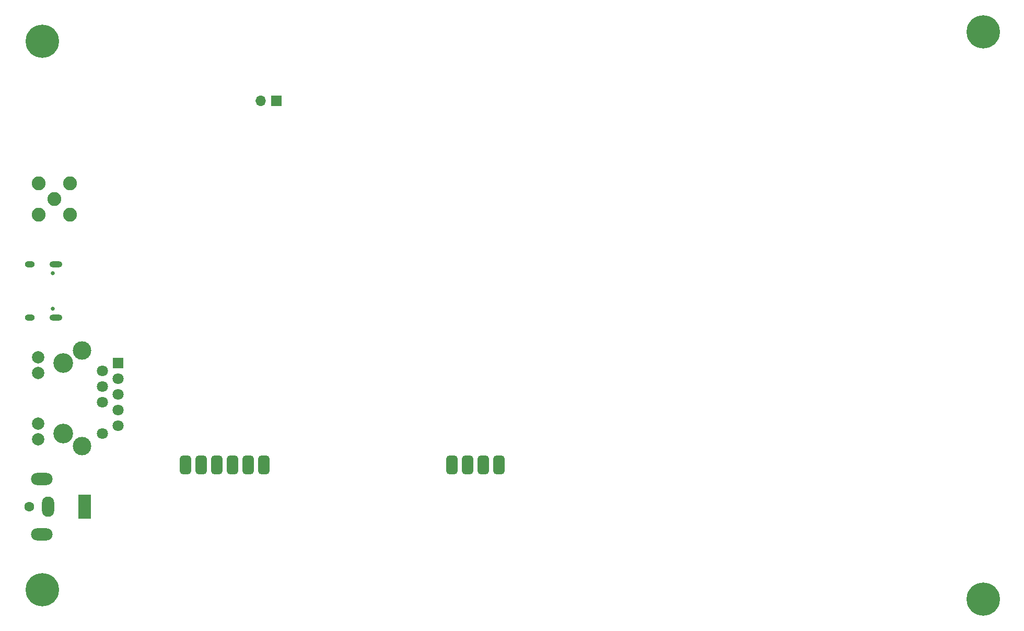
<source format=gbs>
G04 #@! TF.GenerationSoftware,KiCad,Pcbnew,(6.0.0)*
G04 #@! TF.CreationDate,2022-07-08T19:13:57+08:00*
G04 #@! TF.ProjectId,kirdy,6b697264-792e-46b6-9963-61645f706362,rev?*
G04 #@! TF.SameCoordinates,Original*
G04 #@! TF.FileFunction,Soldermask,Bot*
G04 #@! TF.FilePolarity,Negative*
%FSLAX46Y46*%
G04 Gerber Fmt 4.6, Leading zero omitted, Abs format (unit mm)*
G04 Created by KiCad (PCBNEW (6.0.0)) date 2022-07-08 19:13:57*
%MOMM*%
%LPD*%
G01*
G04 APERTURE LIST*
G04 Aperture macros list*
%AMRoundRect*
0 Rectangle with rounded corners*
0 $1 Rounding radius*
0 $2 $3 $4 $5 $6 $7 $8 $9 X,Y pos of 4 corners*
0 Add a 4 corners polygon primitive as box body*
4,1,4,$2,$3,$4,$5,$6,$7,$8,$9,$2,$3,0*
0 Add four circle primitives for the rounded corners*
1,1,$1+$1,$2,$3*
1,1,$1+$1,$4,$5*
1,1,$1+$1,$6,$7*
1,1,$1+$1,$8,$9*
0 Add four rect primitives between the rounded corners*
20,1,$1+$1,$2,$3,$4,$5,0*
20,1,$1+$1,$4,$5,$6,$7,0*
20,1,$1+$1,$6,$7,$8,$9,0*
20,1,$1+$1,$8,$9,$2,$3,0*%
G04 Aperture macros list end*
%ADD10C,3.200000*%
%ADD11R,1.800000X1.800000*%
%ADD12C,1.800000*%
%ADD13C,2.000000*%
%ADD14C,3.000000*%
%ADD15C,2.250000*%
%ADD16C,0.650000*%
%ADD17O,1.600000X1.000000*%
%ADD18O,2.100000X1.000000*%
%ADD19C,0.800000*%
%ADD20C,5.400000*%
%ADD21RoundRect,0.450000X-0.450000X-1.050000X0.450000X-1.050000X0.450000X1.050000X-0.450000X1.050000X0*%
%ADD22R,1.700000X1.700000*%
%ADD23O,1.700000X1.700000*%
%ADD24C,1.600000*%
%ADD25R,2.000000X4.000000*%
%ADD26O,2.000000X3.300000*%
%ADD27O,3.500000X2.000000*%
G04 APERTURE END LIST*
D10*
X6906400Y-69122600D03*
X6906400Y-57692600D03*
D11*
X15796400Y-57692600D03*
D12*
X13256400Y-58962600D03*
X15796400Y-60232600D03*
X13256400Y-61502600D03*
X15796400Y-62772600D03*
X13256400Y-64042600D03*
X15796400Y-65312600D03*
X15796400Y-67852600D03*
X13256400Y-69122600D03*
D13*
X2846400Y-56772600D03*
X2846400Y-59312600D03*
X2846400Y-67492600D03*
X2846400Y-70032600D03*
D14*
X9956400Y-71152600D03*
X9956400Y-55652600D03*
D15*
X5461000Y-31115000D03*
X8001000Y-33655000D03*
X2921000Y-28575000D03*
X2921000Y-33655000D03*
X8001000Y-28575000D03*
D16*
X5193400Y-43102600D03*
X5193400Y-48882600D03*
D17*
X1543400Y-50312600D03*
D18*
X5723400Y-41672600D03*
D17*
X1543400Y-41672600D03*
D18*
X5723400Y-50312600D03*
D19*
X154568109Y-2568109D03*
X157431891Y-2568109D03*
D20*
X156000000Y-4000000D03*
D19*
X156000000Y-1975000D03*
X154568109Y-5431891D03*
X157431891Y-5431891D03*
X158025000Y-4000000D03*
X156000000Y-6025000D03*
X153975000Y-4000000D03*
X154568109Y-97431891D03*
X153975000Y-96000000D03*
X156000000Y-93975000D03*
D20*
X156000000Y-96000000D03*
D19*
X154568109Y-94568109D03*
X157431891Y-97431891D03*
X156000000Y-98025000D03*
X157431891Y-94568109D03*
X158025000Y-96000000D03*
D21*
X26725100Y-74200600D03*
X29265100Y-74200600D03*
X31805100Y-74200600D03*
X34345100Y-74200600D03*
X36885100Y-74200600D03*
X39425100Y-74200600D03*
X69905100Y-74200600D03*
X72445100Y-74200600D03*
X74985100Y-74200600D03*
X77525100Y-74200600D03*
D22*
X41443000Y-15214000D03*
D23*
X38903000Y-15214000D03*
D24*
X1427600Y-80975200D03*
D25*
X10427600Y-80975200D03*
D26*
X4427600Y-80975200D03*
D27*
X3427600Y-85475200D03*
X3427600Y-76475200D03*
D19*
X5591000Y-5512000D03*
X1541000Y-5512000D03*
X2134109Y-4080109D03*
X4997891Y-6943891D03*
X3566000Y-7537000D03*
X2134109Y-6943891D03*
X4997891Y-4080109D03*
D20*
X3566000Y-5512000D03*
D19*
X3566000Y-3487000D03*
X3556000Y-92387000D03*
D20*
X3556000Y-94412000D03*
D19*
X2124109Y-95843891D03*
X5581000Y-94412000D03*
X4987891Y-92980109D03*
X3556000Y-96437000D03*
X4987891Y-95843891D03*
X2124109Y-92980109D03*
X1531000Y-94412000D03*
M02*

</source>
